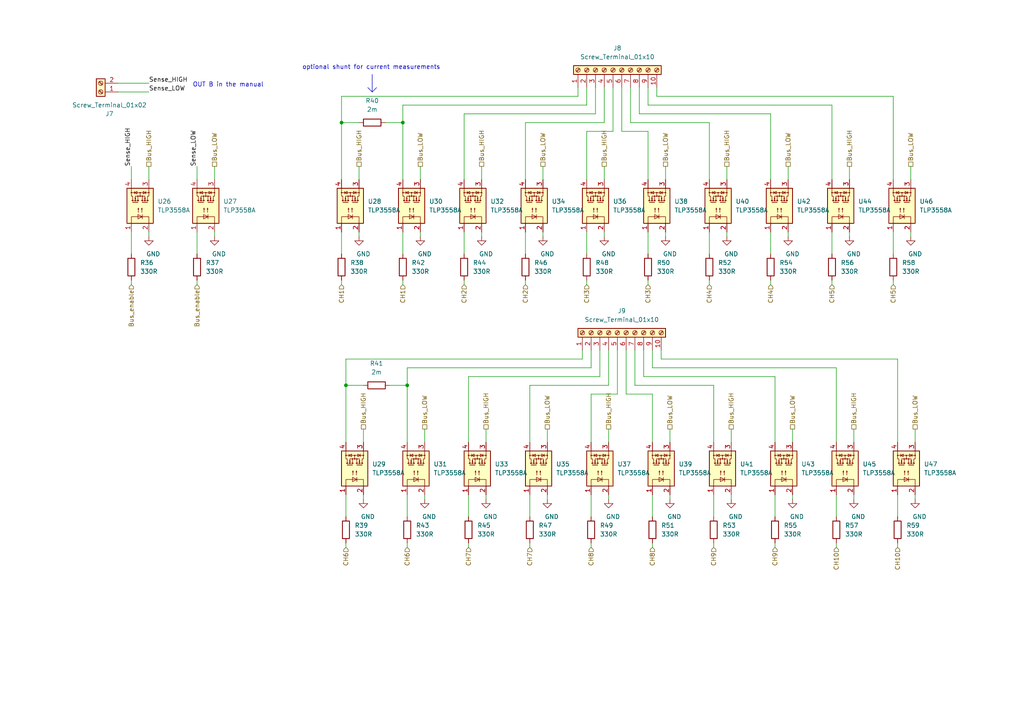
<source format=kicad_sch>
(kicad_sch (version 20230121) (generator eeschema)
  (paper "A4")
  (title_block (title "Keithley 2000-SCAN-20 SSR") (date "2023-06-04") (rev "v.1.2.1") (comment 1 "Copyright (©) 2021, Patrick Baus <patrick.baus@physik.tu-darmstadt.de>") (comment 2 "Licensed under CERN OHL v.1.2"))
  (lib_symbols
    (symbol "Connector:Screw_Terminal_01x02" (pin_names (offset 1.016) hide)
      (property "Reference" "J" (at 0 2.54 0))
      (property "Value" "Screw_Terminal_01x02" (at 0 -5.08 0))
      (symbol "Screw_Terminal_01x02_1_1"
        (rectangle (start -1.27 1.27) (end 1.27 -3.81) (stroke (width 0.254)) (fill (type background)))
        (circle (center 0 -2.54) (radius 0.635) (stroke (width 0.1524)))
        (polyline (pts (xy -0.5334 -2.2098) (xy 0.3302 -3.048)) (stroke (width 0.1524)))
        (polyline (pts (xy -0.5334 0.3302) (xy 0.3302 -0.508)) (stroke (width 0.1524)))
        (polyline (pts (xy -0.3556 -2.032) (xy 0.508 -2.8702)) (stroke (width 0.1524)))
        (polyline (pts (xy -0.3556 0.508) (xy 0.508 -0.3302)) (stroke (width 0.1524)))
        (circle (center 0 0) (radius 0.635) (stroke (width 0.1524)))
        (pin passive line (at -5.08 0 0) (length 3.81) (name "Pin_1") (number "1"))
        (pin passive line (at -5.08 -2.54 0) (length 3.81) (name "Pin_2") (number "2"))
      )
    )
    (symbol "Connector:Screw_Terminal_01x10" (pin_names (offset 1.016) hide)
      (property "Reference" "J" (at 0 12.7 0))
      (property "Value" "Screw_Terminal_01x10" (at 0 -15.24 0))
      (symbol "Screw_Terminal_01x10_1_1"
        (rectangle (start -1.27 11.43) (end 1.27 -13.97) (stroke (width 0.254)) (fill (type background)))
        (circle (center 0 -12.7) (radius 0.635) (stroke (width 0.1524)))
        (circle (center 0 -10.16) (radius 0.635) (stroke (width 0.1524)))
        (circle (center 0 -7.62) (radius 0.635) (stroke (width 0.1524)))
        (circle (center 0 -5.08) (radius 0.635) (stroke (width 0.1524)))
        (circle (center 0 -2.54) (radius 0.635) (stroke (width 0.1524)))
        (polyline (pts (xy -0.5334 -12.3698) (xy 0.3302 -13.208)) (stroke (width 0.1524)))
        (polyline (pts (xy -0.5334 -9.8298) (xy 0.3302 -10.668)) (stroke (width 0.1524)))
        (polyline (pts (xy -0.5334 -7.2898) (xy 0.3302 -8.128)) (stroke (width 0.1524)))
        (polyline (pts (xy -0.5334 -4.7498) (xy 0.3302 -5.588)) (stroke (width 0.1524)))
        (polyline (pts (xy -0.5334 -2.2098) (xy 0.3302 -3.048)) (stroke (width 0.1524)))
        (polyline (pts (xy -0.5334 0.3302) (xy 0.3302 -0.508)) (stroke (width 0.1524)))
        (polyline (pts (xy -0.5334 2.8702) (xy 0.3302 2.032)) (stroke (width 0.1524)))
        (polyline (pts (xy -0.5334 5.4102) (xy 0.3302 4.572)) (stroke (width 0.1524)))
        (polyline (pts (xy -0.5334 7.9502) (xy 0.3302 7.112)) (stroke (width 0.1524)))
        (polyline (pts (xy -0.5334 10.4902) (xy 0.3302 9.652)) (stroke (width 0.1524)))
        (polyline (pts (xy -0.3556 -12.192) (xy 0.508 -13.0302)) (stroke (width 0.1524)))
        (polyline (pts (xy -0.3556 -9.652) (xy 0.508 -10.4902)) (stroke (width 0.1524)))
        (polyline (pts (xy -0.3556 -7.112) (xy 0.508 -7.9502)) (stroke (width 0.1524)))
        (polyline (pts (xy -0.3556 -4.572) (xy 0.508 -5.4102)) (stroke (width 0.1524)))
        (polyline (pts (xy -0.3556 -2.032) (xy 0.508 -2.8702)) (stroke (width 0.1524)))
        (polyline (pts (xy -0.3556 0.508) (xy 0.508 -0.3302)) (stroke (width 0.1524)))
        (polyline (pts (xy -0.3556 3.048) (xy 0.508 2.2098)) (stroke (width 0.1524)))
        (polyline (pts (xy -0.3556 5.588) (xy 0.508 4.7498)) (stroke (width 0.1524)))
        (polyline (pts (xy -0.3556 8.128) (xy 0.508 7.2898)) (stroke (width 0.1524)))
        (polyline (pts (xy -0.3556 10.668) (xy 0.508 9.8298)) (stroke (width 0.1524)))
        (circle (center 0 0) (radius 0.635) (stroke (width 0.1524)))
        (circle (center 0 2.54) (radius 0.635) (stroke (width 0.1524)))
        (circle (center 0 5.08) (radius 0.635) (stroke (width 0.1524)))
        (circle (center 0 7.62) (radius 0.635) (stroke (width 0.1524)))
        (circle (center 0 10.16) (radius 0.635) (stroke (width 0.1524)))
        (pin passive line (at -5.08 10.16 0) (length 3.81) (name "Pin_1") (number "1"))
        (pin passive line (at -5.08 -12.7 0) (length 3.81) (name "Pin_10") (number "10"))
        (pin passive line (at -5.08 7.62 0) (length 3.81) (name "Pin_2") (number "2"))
        (pin passive line (at -5.08 5.08 0) (length 3.81) (name "Pin_3") (number "3"))
        (pin passive line (at -5.08 2.54 0) (length 3.81) (name "Pin_4") (number "4"))
        (pin passive line (at -5.08 0 0) (length 3.81) (name "Pin_5") (number "5"))
        (pin passive line (at -5.08 -2.54 0) (length 3.81) (name "Pin_6") (number "6"))
        (pin passive line (at -5.08 -5.08 0) (length 3.81) (name "Pin_7") (number "7"))
        (pin passive line (at -5.08 -7.62 0) (length 3.81) (name "Pin_8") (number "8"))
        (pin passive line (at -5.08 -10.16 0) (length 3.81) (name "Pin_9") (number "9"))
      )
    )
    (symbol "Device:R" (pin_numbers hide) (pin_names (offset 0))
      (property "Reference" "R" (at 2.032 0 90))
      (property "Value" "R" (at 0 0 90))
      (symbol "R_0_1"
        (rectangle (start -1.016 -2.54) (end 1.016 2.54) (stroke (width 0.254)))
      )
      (symbol "R_1_1"
        (pin passive line (at 0 3.81 270) (length 1.27) (name "~") (number "1"))
        (pin passive line (at 0 -3.81 90) (length 1.27) (name "~") (number "2"))
      )
    )
    (symbol "Relay_SolidState:TLP222A"
      (property "Reference" "U" (at -5.08 5.08 0))
      (property "Value" "TLP222A" (at 0 5.08 0))
      (symbol "TLP222A_0_1"
        (rectangle (start -5.08 3.81) (end 5.08 -3.81) (stroke (width 0.254)) (fill (type background)))
        (polyline (pts (xy -3.81 -0.635) (xy -2.54 -0.635)))
        (polyline (pts (xy 1.016 -0.635) (xy 1.016 -2.159)) (stroke (width 0.2032)))
        (polyline (pts (xy 1.016 2.159) (xy 1.016 0.635)) (stroke (width 0.2032)))
        (polyline (pts (xy 1.524 -0.508) (xy 1.524 -0.762)) (stroke (width 0.3556)))
        (polyline (pts (xy 2.794 0) (xy 3.81 0)))
        (polyline (pts (xy 3.429 -1.651) (xy 4.191 -1.651)))
        (polyline (pts (xy 3.429 1.651) (xy 4.191 1.651)))
        (polyline (pts (xy 3.81 -2.54) (xy 3.81 2.54)))
        (polyline (pts (xy 1.524 -2.032) (xy 1.524 -2.286) (xy 1.524 -2.286)) (stroke (width 0.3556)))
        (polyline (pts (xy 1.524 -1.27) (xy 1.524 -1.524) (xy 1.524 -1.524)) (stroke (width 0.3556)))
        (polyline (pts (xy 1.524 0.762) (xy 1.524 0.508) (xy 1.524 0.508)) (stroke (width 0.3556)))
        (polyline (pts (xy 1.524 1.524) (xy 1.524 1.27) (xy 1.524 1.27)) (stroke (width 0.3556)))
        (polyline (pts (xy 1.524 2.286) (xy 1.524 2.032) (xy 1.524 2.032)) (stroke (width 0.3556)))
        (polyline (pts (xy 1.651 -1.397) (xy 2.794 -1.397) (xy 2.794 -0.635)))
        (polyline (pts (xy 1.651 1.397) (xy 2.794 1.397) (xy 2.794 0.635)))
        (polyline (pts (xy -5.08 2.54) (xy -3.175 2.54) (xy -3.175 -2.54) (xy -5.08 -2.54)))
        (polyline (pts (xy -3.175 -0.635) (xy -3.81 0.635) (xy -2.54 0.635) (xy -3.175 -0.635)))
        (polyline (pts (xy 1.651 -2.159) (xy 2.794 -2.159) (xy 2.794 -2.54) (xy 5.08 -2.54)))
        (polyline (pts (xy 1.651 -0.635) (xy 2.794 -0.635) (xy 2.794 0.635) (xy 1.651 0.635)))
        (polyline (pts (xy 1.651 2.159) (xy 2.794 2.159) (xy 2.794 2.54) (xy 5.08 2.54)))
        (polyline (pts (xy 1.778 -1.397) (xy 2.286 -1.27) (xy 2.286 -1.524) (xy 1.778 -1.397)))
        (polyline (pts (xy 1.778 1.397) (xy 2.286 1.524) (xy 2.286 1.27) (xy 1.778 1.397)))
        (polyline (pts (xy 3.81 -1.651) (xy 3.429 -0.889) (xy 4.191 -0.889) (xy 3.81 -1.651)))
        (polyline (pts (xy 3.81 1.651) (xy 3.429 0.889) (xy 4.191 0.889) (xy 3.81 1.651)))
        (polyline (pts (xy -1.905 -0.508) (xy -0.635 -0.508) (xy -1.016 -0.635) (xy -1.016 -0.381) (xy -0.635 -0.508)))
        (polyline (pts (xy -1.905 0.508) (xy -0.635 0.508) (xy -1.016 0.381) (xy -1.016 0.635) (xy -0.635 0.508)))
        (circle (center 2.794 -0.635) (radius 0.127))
        (circle (center 2.794 0) (radius 0.127))
        (circle (center 2.794 0.635) (radius 0.127))
        (circle (center 3.81 -2.54) (radius 0.127))
        (circle (center 3.81 0) (radius 0.127))
        (circle (center 3.81 2.54) (radius 0.127))
      )
      (symbol "TLP222A_1_1"
        (pin passive line (at -7.62 2.54 0) (length 2.54) (name "~") (number "1"))
        (pin passive line (at -7.62 -2.54 0) (length 2.54) (name "~") (number "2"))
        (pin passive line (at 7.62 -2.54 180) (length 2.54) (name "~") (number "3"))
        (pin passive line (at 7.62 2.54 180) (length 2.54) (name "~") (number "4"))
      )
    )
    (symbol "power:GND" (power) (pin_names (offset 0))
      (property "Value" "GND" (at 0 -3.81 0))
      (symbol "GND_0_1"
        (polyline (pts (xy 0 0) (xy 0 -1.27) (xy 1.27 -1.27) (xy 0 -2.54) (xy -1.27 -1.27) (xy 0 -1.27)))
      )
      (symbol "GND_1_1"
        (pin power_in line (at 0 0 270) (length 0) hide (name "GND") (number "1"))
      )
    )
  )
  (junction (at 99.06 35.56))
  (junction (at 116.84 35.56))
  (junction (at 100.33 111.76))
  (junction (at 118.11 111.76))
  (wire (pts (xy 38.1 67.31) (xy 38.1 73.66)))
  (wire (pts (xy 113.03 111.76) (xy 118.11 111.76)))
  (wire (pts (xy 212.09 124.46) (xy 212.09 128.27)))
  (wire (pts (xy 34.29 26.67) (xy 43.18 26.67)))
  (wire (pts (xy 100.33 128.27) (xy 100.33 111.76)))
  (wire (pts (xy 185.42 25.4) (xy 185.42 33.02)))
  (wire (pts (xy 152.4 35.56) (xy 152.4 52.07)))
  (wire (pts (xy 153.67 128.27) (xy 153.67 111.76)))
  (wire (pts (xy 168.91 104.14) (xy 168.91 101.6)))
  (wire (pts (xy 187.96 30.48) (xy 241.3 30.48)))
  (wire (pts (xy 205.74 81.28) (xy 205.74 82.55)))
  (wire (pts (xy 176.53 124.46) (xy 176.53 128.27)))
  (wire (pts (xy 246.38 48.26) (xy 246.38 52.07)))
  (wire (pts (xy 259.08 27.94) (xy 259.08 52.07)))
  (wire (pts (xy 184.15 111.76) (xy 207.01 111.76)))
  (wire (pts (xy 187.96 38.1) (xy 180.34 38.1)))
  (wire (pts (xy 175.26 35.56) (xy 175.26 25.4)))
  (wire (pts (xy 242.57 157.48) (xy 242.57 158.75)))
  (wire (pts (xy 224.79 143.51) (xy 224.79 149.86)))
  (wire (pts (xy 182.88 25.4) (xy 182.88 35.56)))
  (wire (pts (xy 43.18 52.07) (xy 43.18 48.26)))
  (wire (pts (xy 134.62 81.28) (xy 134.62 82.55)))
  (wire (pts (xy 247.65 143.51) (xy 247.65 144.78)))
  (wire (pts (xy 177.8 38.1) (xy 170.18 38.1)))
  (wire (pts (xy 167.64 27.94) (xy 167.64 25.4)))
  (wire (pts (xy 223.52 33.02) (xy 223.52 52.07)))
  (wire (pts (xy 121.92 67.31) (xy 121.92 68.58)))
  (wire (pts (xy 184.15 101.6) (xy 184.15 111.76)))
  (wire (pts (xy 118.11 111.76) (xy 118.11 106.68)))
  (wire (pts (xy 170.18 38.1) (xy 170.18 52.07)))
  (wire (pts (xy 135.89 157.48) (xy 135.89 158.75)))
  (wire (pts (xy 241.3 81.28) (xy 241.3 82.55)))
  (wire (pts (xy 104.14 48.26) (xy 104.14 52.07)))
  (wire (pts (xy 116.84 67.31) (xy 116.84 73.66)))
  (wire (pts (xy 158.75 143.51) (xy 158.75 144.78)))
  (wire (pts (xy 38.1 81.28) (xy 38.1 82.55)))
  (wire (pts (xy 99.06 35.56) (xy 99.06 27.94)))
  (wire (pts (xy 99.06 52.07) (xy 99.06 35.56)))
  (wire (pts (xy 172.72 33.02) (xy 172.72 25.4)))
  (wire (pts (xy 189.23 114.3) (xy 189.23 128.27)))
  (wire (pts (xy 241.3 67.31) (xy 241.3 73.66)))
  (wire (pts (xy 247.65 124.46) (xy 247.65 128.27)))
  (wire (pts (xy 105.41 111.76) (xy 100.33 111.76)))
  (wire (pts (xy 134.62 67.31) (xy 134.62 73.66)))
  (wire (pts (xy 135.89 128.27) (xy 135.89 109.22)))
  (wire (pts (xy 152.4 81.28) (xy 152.4 82.55)))
  (wire (pts (xy 180.34 38.1) (xy 180.34 25.4)))
  (wire (pts (xy 123.19 143.51) (xy 123.19 144.78)))
  (wire (pts (xy 224.79 109.22) (xy 224.79 128.27)))
  (wire (pts (xy 182.88 35.56) (xy 205.74 35.56)))
  (wire (pts (xy 104.14 35.56) (xy 99.06 35.56)))
  (wire (pts (xy 228.6 67.31) (xy 228.6 68.58)))
  (wire (pts (xy 242.57 143.51) (xy 242.57 149.86)))
  (wire (pts (xy 100.33 104.14) (xy 168.91 104.14)))
  (wire (pts (xy 104.14 67.31) (xy 104.14 68.58)))
  (wire (pts (xy 171.45 143.51) (xy 171.45 149.86)))
  (wire (pts (xy 191.77 104.14) (xy 260.35 104.14)))
  (wire (pts (xy 134.62 33.02) (xy 134.62 52.07)))
  (wire (pts (xy 189.23 143.51) (xy 189.23 149.86)))
  (wire (pts (xy 57.15 81.28) (xy 57.15 82.55)))
  (wire (pts (xy 210.82 48.26) (xy 210.82 52.07)))
  (wire (pts (xy 265.43 143.51) (xy 265.43 144.78)))
  (wire (pts (xy 241.3 30.48) (xy 241.3 52.07)))
  (wire (pts (xy 212.09 143.51) (xy 212.09 144.78)))
  (wire (pts (xy 259.08 67.31) (xy 259.08 73.66)))
  (wire (pts (xy 121.92 48.26) (xy 121.92 52.07)))
  (wire (pts (xy 34.29 24.13) (xy 43.18 24.13)))
  (wire (pts (xy 157.48 48.26) (xy 157.48 52.07)))
  (wire (pts (xy 170.18 30.48) (xy 170.18 25.4)))
  (wire (pts (xy 186.69 101.6) (xy 186.69 109.22)))
  (wire (pts (xy 157.48 67.31) (xy 157.48 68.58)))
  (wire (pts (xy 187.96 67.31) (xy 187.96 73.66)))
  (wire (pts (xy 171.45 114.3) (xy 171.45 128.27)))
  (wire (pts (xy 176.53 111.76) (xy 176.53 101.6)))
  (wire (pts (xy 116.84 35.56) (xy 116.84 30.48)))
  (wire (pts (xy 242.57 106.68) (xy 242.57 128.27)))
  (wire (pts (xy 158.75 124.46) (xy 158.75 128.27)))
  (wire (pts (xy 116.84 30.48) (xy 170.18 30.48)))
  (wire (pts (xy 189.23 114.3) (xy 181.61 114.3)))
  (wire (pts (xy 38.1 48.26) (xy 38.1 52.07)))
  (wire (pts (xy 260.35 104.14) (xy 260.35 128.27)))
  (wire (pts (xy 62.23 52.07) (xy 62.23 48.26)))
  (wire (pts (xy 189.23 101.6) (xy 189.23 106.68)))
  (wire (pts (xy 246.38 67.31) (xy 246.38 68.58)))
  (wire (pts (xy 265.43 124.46) (xy 265.43 128.27)))
  (wire (pts (xy 193.04 48.26) (xy 193.04 52.07)))
  (wire (pts (xy 190.5 25.4) (xy 190.5 27.94)))
  (wire (pts (xy 191.77 101.6) (xy 191.77 104.14)))
  (polyline (pts (xy 107.95 21.59) (xy 107.95 26.67)))
  (wire (pts (xy 193.04 67.31) (xy 193.04 68.58)))
  (wire (pts (xy 229.87 143.51) (xy 229.87 144.78)))
  (wire (pts (xy 194.31 143.51) (xy 194.31 144.78)))
  (wire (pts (xy 187.96 81.28) (xy 187.96 82.55)))
  (wire (pts (xy 153.67 157.48) (xy 153.67 158.75)))
  (wire (pts (xy 229.87 124.46) (xy 229.87 128.27)))
  (wire (pts (xy 228.6 48.26) (xy 228.6 52.07)))
  (wire (pts (xy 173.99 109.22) (xy 173.99 101.6)))
  (wire (pts (xy 223.52 67.31) (xy 223.52 73.66)))
  (wire (pts (xy 207.01 143.51) (xy 207.01 149.86)))
  (wire (pts (xy 176.53 143.51) (xy 176.53 144.78)))
  (wire (pts (xy 175.26 67.31) (xy 175.26 68.58)))
  (polyline (pts (xy 106.68 25.4) (xy 107.95 26.67)))
  (wire (pts (xy 170.18 67.31) (xy 170.18 73.66)))
  (wire (pts (xy 116.84 52.07) (xy 116.84 35.56)))
  (wire (pts (xy 118.11 128.27) (xy 118.11 111.76)))
  (wire (pts (xy 140.97 143.51) (xy 140.97 144.78)))
  (wire (pts (xy 57.15 48.26) (xy 57.15 52.07)))
  (wire (pts (xy 171.45 157.48) (xy 171.45 158.75)))
  (wire (pts (xy 139.7 48.26) (xy 139.7 52.07)))
  (wire (pts (xy 100.33 111.76) (xy 100.33 104.14)))
  (wire (pts (xy 123.19 124.46) (xy 123.19 128.27)))
  (wire (pts (xy 175.26 48.26) (xy 175.26 52.07)))
  (wire (pts (xy 207.01 111.76) (xy 207.01 128.27)))
  (wire (pts (xy 179.07 114.3) (xy 171.45 114.3)))
  (wire (pts (xy 105.41 124.46) (xy 105.41 128.27)))
  (wire (pts (xy 139.7 67.31) (xy 139.7 68.58)))
  (wire (pts (xy 100.33 143.51) (xy 100.33 149.86)))
  (wire (pts (xy 99.06 67.31) (xy 99.06 73.66)))
  (wire (pts (xy 205.74 35.56) (xy 205.74 52.07)))
  (wire (pts (xy 135.89 109.22) (xy 173.99 109.22)))
  (wire (pts (xy 134.62 33.02) (xy 172.72 33.02)))
  (wire (pts (xy 43.18 67.31) (xy 43.18 68.58)))
  (wire (pts (xy 62.23 67.31) (xy 62.23 68.58)))
  (wire (pts (xy 140.97 124.46) (xy 140.97 128.27)))
  (wire (pts (xy 171.45 106.68) (xy 171.45 101.6)))
  (wire (pts (xy 190.5 27.94) (xy 259.08 27.94)))
  (wire (pts (xy 99.06 27.94) (xy 167.64 27.94)))
  (wire (pts (xy 194.31 124.46) (xy 194.31 128.27)))
  (wire (pts (xy 223.52 81.28) (xy 223.52 82.55)))
  (wire (pts (xy 179.07 101.6) (xy 179.07 114.3)))
  (wire (pts (xy 181.61 114.3) (xy 181.61 101.6)))
  (wire (pts (xy 210.82 67.31) (xy 210.82 68.58)))
  (wire (pts (xy 118.11 157.48) (xy 118.11 158.75)))
  (wire (pts (xy 185.42 33.02) (xy 223.52 33.02)))
  (wire (pts (xy 105.41 143.51) (xy 105.41 144.78)))
  (wire (pts (xy 153.67 143.51) (xy 153.67 149.86)))
  (wire (pts (xy 153.67 111.76) (xy 176.53 111.76)))
  (wire (pts (xy 177.8 25.4) (xy 177.8 38.1)))
  (wire (pts (xy 152.4 35.56) (xy 175.26 35.56)))
  (wire (pts (xy 100.33 157.48) (xy 100.33 158.75)))
  (wire (pts (xy 118.11 106.68) (xy 171.45 106.68)))
  (wire (pts (xy 116.84 81.28) (xy 116.84 82.55)))
  (wire (pts (xy 187.96 38.1) (xy 187.96 52.07)))
  (wire (pts (xy 260.35 157.48) (xy 260.35 158.75)))
  (wire (pts (xy 152.4 67.31) (xy 152.4 73.66)))
  (wire (pts (xy 189.23 106.68) (xy 242.57 106.68)))
  (wire (pts (xy 135.89 143.51) (xy 135.89 149.86)))
  (wire (pts (xy 224.79 157.48) (xy 224.79 158.75)))
  (wire (pts (xy 259.08 81.28) (xy 259.08 82.55)))
  (wire (pts (xy 186.69 109.22) (xy 224.79 109.22)))
  (wire (pts (xy 187.96 25.4) (xy 187.96 30.48)))
  (wire (pts (xy 260.35 143.51) (xy 260.35 149.86)))
  (wire (pts (xy 189.23 157.48) (xy 189.23 158.75)))
  (wire (pts (xy 111.76 35.56) (xy 116.84 35.56)))
  (wire (pts (xy 207.01 157.48) (xy 207.01 158.75)))
  (wire (pts (xy 57.15 67.31) (xy 57.15 73.66)))
  (wire (pts (xy 264.16 48.26) (xy 264.16 52.07)))
  (wire (pts (xy 264.16 67.31) (xy 264.16 68.58)))
  (wire (pts (xy 118.11 143.51) (xy 118.11 149.86)))
  (wire (pts (xy 170.18 81.28) (xy 170.18 82.55)))
  (wire (pts (xy 99.06 81.28) (xy 99.06 82.55)))
  (polyline (pts (xy 107.95 26.67) (xy 109.22 25.4)))
  (wire (pts (xy 205.74 67.31) (xy 205.74 73.66)))
  (text "optional shunt for current measurements" (at 87.63 20.32 0) (effects (font (size 1.27 1.27)) (justify left bottom)))
  (text "OUT B in the manual" (at 55.88 25.4 0) (effects (font (size 1.27 1.27)) (justify left bottom)))
  (label "Sense_HIGH" (at 43.18 24.13 0))
  (label "Sense_HIGH" (at 38.1 48.26 90))
  (label "Sense_LOW" (at 43.18 26.67 0))
  (label "Sense_LOW" (at 57.15 48.26 90))
  (hierarchical_label "CH7" (shape input) (at 135.89 158.75 270))
  (hierarchical_label "Bus_HIGH" (shape passive) (at 105.41 124.46 90))
  (hierarchical_label "CH3" (shape input) (at 187.96 82.55 270))
  (hierarchical_label "CH10" (shape input) (at 242.57 158.75 270))
  (hierarchical_label "Bus_LOW" (shape passive) (at 193.04 48.26 90))
  (hierarchical_label "Bus_HIGH" (shape passive) (at 139.7 48.26 90))
  (hierarchical_label "CH9" (shape input) (at 207.01 158.75 270))
  (hierarchical_label "Bus_LOW" (shape passive) (at 229.87 124.46 90))
  (hierarchical_label "Bus_HIGH" (shape passive) (at 175.26 48.26 90))
  (hierarchical_label "CH8" (shape input) (at 171.45 158.75 270))
  (hierarchical_label "CH3" (shape input) (at 170.18 82.55 270))
  (hierarchical_label "Bus_HIGH" (shape passive) (at 140.97 124.46 90))
  (hierarchical_label "CH9" (shape input) (at 224.79 158.75 270))
  (hierarchical_label "Bus_LOW" (shape passive) (at 194.31 124.46 90))
  (hierarchical_label "CH4" (shape input) (at 223.52 82.55 270))
  (hierarchical_label "CH6" (shape input) (at 100.33 158.75 270))
  (hierarchical_label "Bus_LOW" (shape passive) (at 265.43 124.46 90))
  (hierarchical_label "CH1" (shape input) (at 116.84 82.55 270))
  (hierarchical_label "CH1" (shape input) (at 99.06 82.55 270))
  (hierarchical_label "Bus_HIGH" (shape passive) (at 104.14 48.26 90))
  (hierarchical_label "Bus_HIGH" (shape passive) (at 246.38 48.26 90))
  (hierarchical_label "Bus_HIGH" (shape passive) (at 176.53 124.46 90))
  (hierarchical_label "Bus_HIGH" (shape passive) (at 210.82 48.26 90))
  (hierarchical_label "CH2" (shape input) (at 134.62 82.55 270))
  (hierarchical_label "CH7" (shape input) (at 153.67 158.75 270))
  (hierarchical_label "Bus_LOW" (shape passive) (at 121.92 48.26 90))
  (hierarchical_label "CH5" (shape input) (at 241.3 82.55 270))
  (hierarchical_label "CH2" (shape input) (at 152.4 82.55 270))
  (hierarchical_label "CH10" (shape input) (at 260.35 158.75 270))
  (hierarchical_label "Bus_LOW" (shape passive) (at 228.6 48.26 90))
  (hierarchical_label "CH5" (shape input) (at 259.08 82.55 270))
  (hierarchical_label "Bus_LOW" (shape passive) (at 123.19 124.46 90))
  (hierarchical_label "Bus_HIGH" (shape passive) (at 212.09 124.46 90))
  (hierarchical_label "Bus_LOW" (shape passive) (at 264.16 48.26 90))
  (hierarchical_label "Bus_HIGH" (shape passive) (at 43.18 48.26 90))
  (hierarchical_label "Bus_HIGH" (shape passive) (at 247.65 124.46 90))
  (hierarchical_label "CH6" (shape input) (at 118.11 158.75 270))
  (hierarchical_label "CH4" (shape input) (at 205.74 82.55 270))
  (hierarchical_label "Bus_enable" (shape input) (at 38.1 82.55 270))
  (hierarchical_label "CH8" (shape input) (at 189.23 158.75 270))
  (hierarchical_label "Bus_LOW" (shape passive) (at 157.48 48.26 90))
  (hierarchical_label "Bus_enable" (shape input) (at 57.15 82.55 270))
  (hierarchical_label "Bus_LOW" (shape passive) (at 158.75 124.46 90))
  (hierarchical_label "Bus_LOW" (shape passive) (at 62.23 48.26 90))
  (symbol (lib_id "Device:R") (at 99.06 77.47 0) (unit 1)
    (property "Reference" "R38" (at 101.6 76.2 0) (effects (justify left)))
    (property "Value" "330R" (at 101.6 78.74 0) (effects (justify left)))
    (property "Footprint" "Resistor_SMD:R_0603_1608Metric" (effects hide))
    (property "MFN" "Vishay" (effects hide))
    (property "PN" "CRCW0603330RJNEB" (effects hide))
  )
  (symbol (lib_id "Relay_SolidState:TLP222A") (at 154.94 59.69 90) (unit 1)
    (property "Reference" "U34" (at 160.02 58.42 90) (effects (justify right)))
    (property "Value" "TLP3558A" (at 160.02 60.96 90) (effects (justify right)))
    (property "Footprint" "Package_DIP:DIP-4_W7.62mm" (effects hide))
    (property "Datasheet" "https://toshiba.semicon-storage.com/info/docget.jsp?did=17036&prodName=TLP222A" (effects hide))
    (property "MFN" "Toshiba" (effects hide))
    (property "PN" "TLP3558A(F" (effects hide))
  )
  (symbol (lib_id "power:GND") (at 157.48 68.58 0) (unit 1)
    (property "Reference" "#PWR061" (effects hide))
    (property "Value" "GND" (at 158.75 73.66 0))
  )
  (symbol (lib_id "Relay_SolidState:TLP222A") (at 172.72 59.69 90) (unit 1)
    (property "Reference" "U36" (at 177.8 58.42 90) (effects (justify right)))
    (property "Value" "TLP3558A" (at 177.8 60.96 90) (effects (justify right)))
    (property "Footprint" "Package_DIP:DIP-4_W7.62mm" (effects hide))
    (property "Datasheet" "https://toshiba.semicon-storage.com/info/docget.jsp?did=17036&prodName=TLP222A" (effects hide))
    (property "MFN" "Toshiba" (effects hide))
    (property "PN" "TLP3558A(F" (effects hide))
  )
  (symbol (lib_id "power:GND") (at 175.26 68.58 0) (unit 1)
    (property "Reference" "#PWR063" (effects hide))
    (property "Value" "GND" (at 176.53 73.66 0))
  )
  (symbol (lib_id "Relay_SolidState:TLP222A") (at 190.5 59.69 90) (unit 1)
    (property "Reference" "U38" (at 195.58 58.42 90) (effects (justify right)))
    (property "Value" "TLP3558A" (at 195.58 60.96 90) (effects (justify right)))
    (property "Footprint" "Package_DIP:DIP-4_W7.62mm" (effects hide))
    (property "Datasheet" "https://toshiba.semicon-storage.com/info/docget.jsp?did=17036&prodName=TLP222A" (effects hide))
    (property "MFN" "Toshiba" (effects hide))
    (property "PN" "TLP3558A(F" (effects hide))
  )
  (symbol (lib_id "Device:R") (at 152.4 77.47 0) (unit 1)
    (property "Reference" "R46" (at 154.94 76.2 0) (effects (justify left)))
    (property "Value" "330R" (at 154.94 78.74 0) (effects (justify left)))
    (property "Footprint" "Resistor_SMD:R_0603_1608Metric" (effects hide))
    (property "MFN" "Vishay" (effects hide))
    (property "PN" "CRCW0603330RJNEB" (effects hide))
  )
  (symbol (lib_id "Device:R") (at 187.96 77.47 0) (unit 1)
    (property "Reference" "R50" (at 190.5 76.2 0) (effects (justify left)))
    (property "Value" "330R" (at 190.5 78.74 0) (effects (justify left)))
    (property "Footprint" "Resistor_SMD:R_0603_1608Metric" (effects hide))
    (property "MFN" "Vishay" (effects hide))
    (property "PN" "CRCW0603330RJNEB" (effects hide))
  )
  (symbol (lib_id "power:GND") (at 210.82 68.58 0) (unit 1)
    (property "Reference" "#PWR067" (effects hide))
    (property "Value" "GND" (at 212.09 73.66 0))
  )
  (symbol (lib_id "Relay_SolidState:TLP222A") (at 226.06 59.69 90) (unit 1)
    (property "Reference" "U42" (at 231.14 58.42 90) (effects (justify right)))
    (property "Value" "TLP3558A" (at 231.14 60.96 90) (effects (justify right)))
    (property "Footprint" "Package_DIP:DIP-4_W7.62mm" (effects hide))
    (property "Datasheet" "https://toshiba.semicon-storage.com/info/docget.jsp?did=17036&prodName=TLP222A" (effects hide))
    (property "MFN" "Toshiba" (effects hide))
    (property "PN" "TLP3558A(F" (effects hide))
  )
  (symbol (lib_id "power:GND") (at 228.6 68.58 0) (unit 1)
    (property "Reference" "#PWR069" (effects hide))
    (property "Value" "GND" (at 229.87 73.66 0))
  )
  (symbol (lib_id "Device:R") (at 205.74 77.47 0) (unit 1)
    (property "Reference" "R52" (at 208.28 76.2 0) (effects (justify left)))
    (property "Value" "330R" (at 208.28 78.74 0) (effects (justify left)))
    (property "Footprint" "Resistor_SMD:R_0603_1608Metric" (effects hide))
    (property "MFN" "Vishay" (effects hide))
    (property "PN" "CRCW0603330RJNEB" (effects hide))
  )
  (symbol (lib_id "Device:R") (at 259.08 77.47 0) (unit 1)
    (property "Reference" "R58" (at 261.62 76.2 0) (effects (justify left)))
    (property "Value" "330R" (at 261.62 78.74 0) (effects (justify left)))
    (property "Footprint" "Resistor_SMD:R_0603_1608Metric" (effects hide))
    (property "MFN" "Vishay" (effects hide))
    (property "PN" "CRCW0603330RJNEB" (effects hide))
  )
  (symbol (lib_id "Device:R") (at 100.33 153.67 0) (unit 1)
    (property "Reference" "R39" (at 102.87 152.4 0) (effects (justify left)))
    (property "Value" "330R" (at 102.87 154.94 0) (effects (justify left)))
    (property "Footprint" "Resistor_SMD:R_0603_1608Metric" (effects hide))
    (property "MFN" "Vishay" (effects hide))
    (property "PN" "CRCW0603330RJNEB" (effects hide))
  )
  (symbol (lib_id "Relay_SolidState:TLP222A") (at 120.65 135.89 90) (unit 1)
    (property "Reference" "U31" (at 125.73 134.62 90) (effects (justify right)))
    (property "Value" "TLP3558A" (at 125.73 137.16 90) (effects (justify right)))
    (property "Footprint" "Package_DIP:DIP-4_W7.62mm" (effects hide))
    (property "Datasheet" "https://toshiba.semicon-storage.com/info/docget.jsp?did=17036&prodName=TLP222A" (effects hide))
    (property "MFN" "Toshiba" (effects hide))
    (property "PN" "TLP3558A(F" (effects hide))
  )
  (symbol (lib_id "power:GND") (at 123.19 144.78 0) (unit 1)
    (property "Reference" "#PWR058" (effects hide))
    (property "Value" "GND" (at 124.46 149.86 0))
  )
  (symbol (lib_id "power:GND") (at 158.75 144.78 0) (unit 1)
    (property "Reference" "#PWR062" (effects hide))
    (property "Value" "GND" (at 160.02 149.86 0))
  )
  (symbol (lib_id "Relay_SolidState:TLP222A") (at 173.99 135.89 90) (unit 1)
    (property "Reference" "U37" (at 179.07 134.62 90) (effects (justify right)))
    (property "Value" "TLP3558A" (at 179.07 137.16 90) (effects (justify right)))
    (property "Footprint" "Package_DIP:DIP-4_W7.62mm" (effects hide))
    (property "Datasheet" "https://toshiba.semicon-storage.com/info/docget.jsp?did=17036&prodName=TLP222A" (effects hide))
    (property "MFN" "Toshiba" (effects hide))
    (property "PN" "TLP3558A(F" (effects hide))
  )
  (symbol (lib_id "power:GND") (at 176.53 144.78 0) (unit 1)
    (property "Reference" "#PWR064" (effects hide))
    (property "Value" "GND" (at 177.8 149.86 0))
  )
  (symbol (lib_id "power:GND") (at 212.09 144.78 0) (unit 1)
    (property "Reference" "#PWR068" (effects hide))
    (property "Value" "GND" (at 213.36 149.86 0))
  )
  (symbol (lib_id "Relay_SolidState:TLP222A") (at 227.33 135.89 90) (unit 1)
    (property "Reference" "U43" (at 232.41 134.62 90) (effects (justify right)))
    (property "Value" "TLP3558A" (at 232.41 137.16 90) (effects (justify right)))
    (property "Footprint" "Package_DIP:DIP-4_W7.62mm" (effects hide))
    (property "Datasheet" "https://toshiba.semicon-storage.com/info/docget.jsp?did=17036&prodName=TLP222A" (effects hide))
    (property "MFN" "Toshiba" (effects hide))
    (property "PN" "TLP3558A(F" (effects hide))
  )
  (symbol (lib_id "power:GND") (at 229.87 144.78 0) (unit 1)
    (property "Reference" "#PWR070" (effects hide))
    (property "Value" "GND" (at 231.14 149.86 0))
  )
  (symbol (lib_id "Device:R") (at 207.01 153.67 0) (unit 1)
    (property "Reference" "R53" (at 209.55 152.4 0) (effects (justify left)))
    (property "Value" "330R" (at 209.55 154.94 0) (effects (justify left)))
    (property "Footprint" "Resistor_SMD:R_0603_1608Metric" (effects hide))
    (property "MFN" "Vishay" (effects hide))
    (property "PN" "CRCW0603330RJNEB" (effects hide))
  )
  (symbol (lib_id "Device:R") (at 242.57 153.67 0) (unit 1)
    (property "Reference" "R57" (at 245.11 152.4 0) (effects (justify left)))
    (property "Value" "330R" (at 245.11 154.94 0) (effects (justify left)))
    (property "Footprint" "Resistor_SMD:R_0603_1608Metric" (effects hide))
    (property "MFN" "Vishay" (effects hide))
    (property "PN" "CRCW0603330RJNEB" (effects hide))
  )
  (symbol (lib_id "Device:R") (at 260.35 153.67 0) (unit 1)
    (property "Reference" "R59" (at 262.89 152.4 0) (effects (justify left)))
    (property "Value" "330R" (at 262.89 154.94 0) (effects (justify left)))
    (property "Footprint" "Resistor_SMD:R_0603_1608Metric" (effects hide))
    (property "MFN" "Vishay" (effects hide))
    (property "PN" "CRCW0603330RJNEB" (effects hide))
  )
  (symbol (lib_id "Device:R") (at 107.95 35.56 270) (unit 1)
    (property "Reference" "R40" (at 107.95 29.21 90))
    (property "Value" "2m" (at 107.95 31.75 90))
    (property "Footprint" "Resistor_SMD:R_2512_6332Metric" (effects hide))
    (property "DNP" "1" (effects hide))
    (property "MFN" "TT Electronics" (effects hide))
    (property "PN" "ULRB1-2512-R002-F-LF-SLT" (effects hide))
  )
  (symbol (lib_id "Device:R") (at 109.22 111.76 270) (unit 1)
    (property "Reference" "R41" (at 109.22 105.41 90))
    (property "Value" "2m" (at 109.22 107.95 90))
    (property "Footprint" "Resistor_SMD:R_2512_6332Metric" (effects hide))
    (property "DNP" "1" (effects hide))
    (property "MFN" "TT Electronics" (effects hide))
    (property "PN" "ULRB1-2512-R002-F-LF-SLT" (effects hide))
  )
  (symbol (lib_id "Connector:Screw_Terminal_01x02") (at 29.21 26.67 180) (unit 1)
    (property "Reference" "J7" (at 31.75 33.02 0))
    (property "Value" "Screw_Terminal_01x02" (at 31.75 30.48 0))
    (property "Footprint" "Custom_footprints_project:TerminalBlock_Phoenix_SMKDSN-1,5-2-5.08_1x02_P5.08mm_Horizontal" (effects hide))
    (property "MFN" "Phoenix Contact" (effects hide))
    (property "PN" "1869211" (effects hide))
  )
  (symbol (lib_id "Device:R") (at 38.1 77.47 0) (unit 1)
    (property "Reference" "R36" (at 40.64 76.2 0) (effects (justify left)))
    (property "Value" "330R" (at 40.64 78.74 0) (effects (justify left)))
    (property "Footprint" "Resistor_SMD:R_0603_1608Metric" (effects hide))
    (property "MFN" "Vishay" (effects hide))
    (property "PN" "CRCW0603330RJNEB" (effects hide))
  )
  (symbol (lib_id "power:GND") (at 62.23 68.58 0) (unit 1)
    (property "Reference" "#PWR054" (effects hide))
    (property "Value" "GND" (at 63.5 73.66 0))
  )
  (symbol (lib_id "Device:R") (at 57.15 77.47 0) (unit 1)
    (property "Reference" "R37" (at 59.69 76.2 0) (effects (justify left)))
    (property "Value" "330R" (at 59.69 78.74 0) (effects (justify left)))
    (property "Footprint" "Resistor_SMD:R_0603_1608Metric" (effects hide))
    (property "MFN" "Vishay" (effects hide))
    (property "PN" "CRCW0603330RJNEB" (effects hide))
  )
  (symbol (lib_id "Relay_SolidState:TLP222A") (at 101.6 59.69 90) (unit 1)
    (property "Reference" "U28" (at 106.68 58.42 90) (effects (justify right)))
    (property "Value" "TLP3558A" (at 106.68 60.96 90) (effects (justify right)))
    (property "Footprint" "Package_DIP:DIP-4_W7.62mm" (effects hide))
    (property "Datasheet" "https://toshiba.semicon-storage.com/info/docget.jsp?did=17036&prodName=TLP222A" (effects hide))
    (property "MFN" "Toshiba" (effects hide))
    (property "PN" "TLP3558A(F" (effects hide))
  )
  (symbol (lib_id "power:GND") (at 104.14 68.58 0) (unit 1)
    (property "Reference" "#PWR055" (effects hide))
    (property "Value" "GND" (at 105.41 73.66 0))
  )
  (symbol (lib_id "Relay_SolidState:TLP222A") (at 119.38 59.69 90) (unit 1)
    (property "Reference" "U30" (at 124.46 58.42 90) (effects (justify right)))
    (property "Value" "TLP3558A" (at 124.46 60.96 90) (effects (justify right)))
    (property "Footprint" "Package_DIP:DIP-4_W7.62mm" (effects hide))
    (property "Datasheet" "https://toshiba.semicon-storage.com/info/docget.jsp?did=17036&prodName=TLP222A" (effects hide))
    (property "MFN" "Toshiba" (effects hide))
    (property "PN" "TLP3558A(F" (effects hide))
  )
  (symbol (lib_id "power:GND") (at 121.92 68.58 0) (unit 1)
    (property "Reference" "#PWR057" (effects hide))
    (property "Value" "GND" (at 123.19 73.66 0))
  )
  (symbol (lib_id "Connector:Screw_Terminal_01x10") (at 177.8 20.32 90) (unit 1)
    (property "Reference" "J8" (at 179.07 13.97 90))
    (property "Value" "Screw_Terminal_01x10" (at 179.07 16.51 90))
    (property "Footprint" "Custom_footprints_project:TerminalBlock_Phoenix_SMKDSN-1,5-10-5.08_1x10_P5.08mm_Horizontal" (effects hide))
    (property "MFN" "Phoenix Contact" (effects hide))
    (property "PN" "1869295" (effects hide))
  )
  (symbol (lib_id "Relay_SolidState:TLP222A") (at 137.16 59.69 90) (unit 1)
    (property "Reference" "U32" (at 142.24 58.42 90) (effects (justify right)))
    (property "Value" "TLP3558A" (at 142.24 60.96 90) (effects (justify right)))
    (property "Footprint" "Package_DIP:DIP-4_W7.62mm" (effects hide))
    (property "Datasheet" "https://toshiba.semicon-storage.com/info/docget.jsp?did=17036&prodName=TLP222A" (effects hide))
    (property "MFN" "Toshiba" (effects hide))
    (property "PN" "TLP3558A(F" (effects hide))
  )
  (symbol (lib_id "power:GND") (at 139.7 68.58 0) (unit 1)
    (property "Reference" "#PWR059" (effects hide))
    (property "Value" "GND" (at 140.97 73.66 0))
  )
  (symbol (lib_id "power:GND") (at 193.04 68.58 0) (unit 1)
    (property "Reference" "#PWR065" (effects hide))
    (property "Value" "GND" (at 194.31 73.66 0))
  )
  (symbol (lib_id "Device:R") (at 116.84 77.47 0) (unit 1)
    (property "Reference" "R42" (at 119.38 76.2 0) (effects (justify left)))
    (property "Value" "330R" (at 119.38 78.74 0) (effects (justify left)))
    (property "Footprint" "Resistor_SMD:R_0603_1608Metric" (effects hide))
    (property "MFN" "Vishay" (effects hide))
    (property "PN" "CRCW0603330RJNEB" (effects hide))
  )
  (symbol (lib_id "Device:R") (at 134.62 77.47 0) (unit 1)
    (property "Reference" "R44" (at 137.16 76.2 0) (effects (justify left)))
    (property "Value" "330R" (at 137.16 78.74 0) (effects (justify left)))
    (property "Footprint" "Resistor_SMD:R_0603_1608Metric" (effects hide))
    (property "MFN" "Vishay" (effects hide))
    (property "PN" "CRCW0603330RJNEB" (effects hide))
  )
  (symbol (lib_id "Device:R") (at 170.18 77.47 0) (unit 1)
    (property "Reference" "R48" (at 172.72 76.2 0) (effects (justify left)))
    (property "Value" "330R" (at 172.72 78.74 0) (effects (justify left)))
    (property "Footprint" "Resistor_SMD:R_0603_1608Metric" (effects hide))
    (property "MFN" "Vishay" (effects hide))
    (property "PN" "CRCW0603330RJNEB" (effects hide))
  )
  (symbol (lib_id "Relay_SolidState:TLP222A") (at 208.28 59.69 90) (unit 1)
    (property "Reference" "U40" (at 213.36 58.42 90) (effects (justify right)))
    (property "Value" "TLP3558A" (at 213.36 60.96 90) (effects (justify right)))
    (property "Footprint" "Package_DIP:DIP-4_W7.62mm" (effects hide))
    (property "Datasheet" "https://toshiba.semicon-storage.com/info/docget.jsp?did=17036&prodName=TLP222A" (effects hide))
    (property "MFN" "Toshiba" (effects hide))
    (property "PN" "TLP3558A(F" (effects hide))
  )
  (symbol (lib_id "Device:R") (at 223.52 77.47 0) (unit 1)
    (property "Reference" "R54" (at 226.06 76.2 0) (effects (justify left)))
    (property "Value" "330R" (at 226.06 78.74 0) (effects (justify left)))
    (property "Footprint" "Resistor_SMD:R_0603_1608Metric" (effects hide))
    (property "MFN" "Vishay" (effects hide))
    (property "PN" "CRCW0603330RJNEB" (effects hide))
  )
  (symbol (lib_id "Relay_SolidState:TLP222A") (at 243.84 59.69 90) (unit 1)
    (property "Reference" "U44" (at 248.92 58.42 90) (effects (justify right)))
    (property "Value" "TLP3558A" (at 248.92 60.96 90) (effects (justify right)))
    (property "Footprint" "Package_DIP:DIP-4_W7.62mm" (effects hide))
    (property "Datasheet" "https://toshiba.semicon-storage.com/info/docget.jsp?did=17036&prodName=TLP222A" (effects hide))
    (property "MFN" "Toshiba" (effects hide))
    (property "PN" "TLP3558A(F" (effects hide))
  )
  (symbol (lib_id "power:GND") (at 246.38 68.58 0) (unit 1)
    (property "Reference" "#PWR071" (effects hide))
    (property "Value" "GND" (at 247.65 73.66 0))
  )
  (symbol (lib_id "Relay_SolidState:TLP222A") (at 261.62 59.69 90) (unit 1)
    (property "Reference" "U46" (at 266.7 58.42 90) (effects (justify right)))
    (property "Value" "TLP3558A" (at 266.7 60.96 90) (effects (justify right)))
    (property "Footprint" "Package_DIP:DIP-4_W7.62mm" (effects hide))
    (property "Datasheet" "https://toshiba.semicon-storage.com/info/docget.jsp?did=17036&prodName=TLP222A" (effects hide))
    (property "MFN" "Toshiba" (effects hide))
    (property "PN" "TLP3558A(F" (effects hide))
  )
  (symbol (lib_id "power:GND") (at 264.16 68.58 0) (unit 1)
    (property "Reference" "#PWR073" (effects hide))
    (property "Value" "GND" (at 265.43 73.66 0))
  )
  (symbol (lib_id "Device:R") (at 241.3 77.47 0) (unit 1)
    (property "Reference" "R56" (at 243.84 76.2 0) (effects (justify left)))
    (property "Value" "330R" (at 243.84 78.74 0) (effects (justify left)))
    (property "Footprint" "Resistor_SMD:R_0603_1608Metric" (effects hide))
    (property "MFN" "Vishay" (effects hide))
    (property "PN" "CRCW0603330RJNEB" (effects hide))
  )
  (symbol (lib_id "Relay_SolidState:TLP222A") (at 102.87 135.89 90) (unit 1)
    (property "Reference" "U29" (at 107.95 134.62 90) (effects (justify right)))
    (property "Value" "TLP3558A" (at 107.95 137.16 90) (effects (justify right)))
    (property "Footprint" "Package_DIP:DIP-4_W7.62mm" (effects hide))
    (property "Datasheet" "https://toshiba.semicon-storage.com/info/docget.jsp?did=17036&prodName=TLP222A" (effects hide))
    (property "MFN" "Toshiba" (effects hide))
    (property "PN" "TLP3558A(F" (effects hide))
  )
  (symbol (lib_id "power:GND") (at 105.41 144.78 0) (unit 1)
    (property "Reference" "#PWR056" (effects hide))
    (property "Value" "GND" (at 106.68 149.86 0))
  )
  (symbol (lib_id "Connector:Screw_Terminal_01x10") (at 179.07 96.52 90) (unit 1)
    (property "Reference" "J9" (at 180.34 90.17 90))
    (property "Value" "Screw_Terminal_01x10" (at 180.34 92.71 90))
    (property "Footprint" "Custom_footprints_project:TerminalBlock_Phoenix_SMKDSN-1,5-10-5.08_1x10_P5.08mm_Horizontal" (effects hide))
    (property "MFN" "Phoenix Contact" (effects hide))
    (property "PN" "1869295" (effects hide))
  )
  (symbol (lib_id "Relay_SolidState:TLP222A") (at 138.43 135.89 90) (unit 1)
    (property "Reference" "U33" (at 143.51 134.62 90) (effects (justify right)))
    (property "Value" "TLP3558A" (at 143.51 137.16 90) (effects (justify right)))
    (property "Footprint" "Package_DIP:DIP-4_W7.62mm" (effects hide))
    (property "Datasheet" "https://toshiba.semicon-storage.com/info/docget.jsp?did=17036&prodName=TLP222A" (effects hide))
    (property "MFN" "Toshiba" (effects hide))
    (property "PN" "TLP3558A(F" (effects hide))
  )
  (symbol (lib_id "power:GND") (at 140.97 144.78 0) (unit 1)
    (property "Reference" "#PWR060" (effects hide))
    (property "Value" "GND" (at 142.24 149.86 0))
  )
  (symbol (lib_id "Relay_SolidState:TLP222A") (at 156.21 135.89 90) (unit 1)
    (property "Reference" "U35" (at 161.29 134.62 90) (effects (justify right)))
    (property "Value" "TLP3558A" (at 161.29 137.16 90) (effects (justify right)))
    (property "Footprint" "Package_DIP:DIP-4_W7.62mm" (effects hide))
    (property "Datasheet" "https://toshiba.semicon-storage.com/info/docget.jsp?did=17036&prodName=TLP222A" (effects hide))
    (property "MFN" "Toshiba" (effects hide))
    (property "PN" "TLP3558A(F" (effects hide))
  )
  (symbol (lib_id "Relay_SolidState:TLP222A") (at 191.77 135.89 90) (unit 1)
    (property "Reference" "U39" (at 196.85 134.62 90) (effects (justify right)))
    (property "Value" "TLP3558A" (at 196.85 137.16 90) (effects (justify right)))
    (property "Footprint" "Package_DIP:DIP-4_W7.62mm" (effects hide))
    (property "Datasheet" "https://toshiba.semicon-storage.com/info/docget.jsp?did=17036&prodName=TLP222A" (effects hide))
    (property "MFN" "Toshiba" (effects hide))
    (property "PN" "TLP3558A(F" (effects hide))
  )
  (symbol (lib_id "power:GND") (at 194.31 144.78 0) (unit 1)
    (property "Reference" "#PWR066" (effects hide))
    (property "Value" "GND" (at 195.58 149.86 0))
  )
  (symbol (lib_id "Device:R") (at 118.11 153.67 0) (unit 1)
    (property "Reference" "R43" (at 120.65 152.4 0) (effects (justify left)))
    (property "Value" "330R" (at 120.65 154.94 0) (effects (justify left)))
    (property "Footprint" "Resistor_SMD:R_0603_1608Metric" (effects hide))
    (property "MFN" "Vishay" (effects hide))
    (property "PN" "CRCW0603330RJNEB" (effects hide))
  )
  (symbol (lib_id "Device:R") (at 135.89 153.67 0) (unit 1)
    (property "Reference" "R45" (at 138.43 152.4 0) (effects (justify left)))
    (property "Value" "330R" (at 138.43 154.94 0) (effects (justify left)))
    (property "Footprint" "Resistor_SMD:R_0603_1608Metric" (effects hide))
    (property "MFN" "Vishay" (effects hide))
    (property "PN" "CRCW0603330RJNEB" (effects hide))
  )
  (symbol (lib_id "Device:R") (at 153.67 153.67 0) (unit 1)
    (property "Reference" "R47" (at 156.21 152.4 0) (effects (justify left)))
    (property "Value" "330R" (at 156.21 154.94 0) (effects (justify left)))
    (property "Footprint" "Resistor_SMD:R_0603_1608Metric" (effects hide))
    (property "MFN" "Vishay" (effects hide))
    (property "PN" "CRCW0603330RJNEB" (effects hide))
  )
  (symbol (lib_id "Device:R") (at 171.45 153.67 0) (unit 1)
    (property "Reference" "R49" (at 173.99 152.4 0) (effects (justify left)))
    (property "Value" "330R" (at 173.99 154.94 0) (effects (justify left)))
    (property "Footprint" "Resistor_SMD:R_0603_1608Metric" (effects hide))
    (property "MFN" "Vishay" (effects hide))
    (property "PN" "CRCW0603330RJNEB" (effects hide))
  )
  (symbol (lib_id "Device:R") (at 189.23 153.67 0) (unit 1)
    (property "Reference" "R51" (at 191.77 152.4 0) (effects (justify left)))
    (property "Value" "330R" (at 191.77 154.94 0) (effects (justify left)))
    (property "Footprint" "Resistor_SMD:R_0603_1608Metric" (effects hide))
    (property "MFN" "Vishay" (effects hide))
    (property "PN" "CRCW0603330RJNEB" (effects hide))
  )
  (symbol (lib_id "Relay_SolidState:TLP222A") (at 209.55 135.89 90) (unit 1)
    (property "Reference" "U41" (at 214.63 134.62 90) (effects (justify right)))
    (property "Value" "TLP3558A" (at 214.63 137.16 90) (effects (justify right)))
    (property "Footprint" "Package_DIP:DIP-4_W7.62mm" (effects hide))
    (property "Datasheet" "https://toshiba.semicon-storage.com/info/docget.jsp?did=17036&prodName=TLP222A" (effects hide))
    (property "MFN" "Toshiba" (effects hide))
    (property "PN" "TLP3558A(F" (effects hide))
  )
  (symbol (lib_id "Device:R") (at 224.79 153.67 0) (unit 1)
    (property "Reference" "R55" (at 227.33 152.4 0) (effects (justify left)))
    (property "Value" "330R" (at 227.33 154.94 0) (effects (justify left)))
    (property "Footprint" "Resistor_SMD:R_0603_1608Metric" (effects hide))
    (property "MFN" "Vishay" (effects hide))
    (property "PN" "CRCW0603330RJNEB" (effects hide))
  )
  (symbol (lib_id "Relay_SolidState:TLP222A") (at 245.11 135.89 90) (unit 1)
    (property "Reference" "U45" (at 250.19 134.62 90) (effects (justify right)))
    (property "Value" "TLP3558A" (at 250.19 137.16 90) (effects (justify right)))
    (property "Footprint" "Package_DIP:DIP-4_W7.62mm" (effects hide))
    (property "Datasheet" "https://toshiba.semicon-storage.com/info/docget.jsp?did=17036&prodName=TLP222A" (effects hide))
    (property "MFN" "Toshiba" (effects hide))
    (property "PN" "TLP3558A(F" (effects hide))
  )
  (symbol (lib_id "power:GND") (at 247.65 144.78 0) (unit 1)
    (property "Reference" "#PWR072" (effects hide))
    (property "Value" "GND" (at 248.92 149.86 0))
  )
  (symbol (lib_id "Relay_SolidState:TLP222A") (at 262.89 135.89 90) (unit 1)
    (property "Reference" "U47" (at 267.97 134.62 90) (effects (justify right)))
    (property "Value" "TLP3558A" (at 267.97 137.16 90) (effects (justify right)))
    (property "Footprint" "Package_DIP:DIP-4_W7.62mm" (effects hide))
    (property "Datasheet" "https://toshiba.semicon-storage.com/info/docget.jsp?did=17036&prodName=TLP222A" (effects hide))
    (property "MFN" "Toshiba" (effects hide))
    (property "PN" "TLP3558A(F" (effects hide))
  )
  (symbol (lib_id "power:GND") (at 265.43 144.78 0) (unit 1)
    (property "Reference" "#PWR074" (effects hide))
    (property "Value" "GND" (at 266.7 149.86 0))
  )
  (symbol (lib_id "Relay_SolidState:TLP222A") (at 40.64 59.69 90) (unit 1)
    (property "Reference" "U26" (at 45.72 58.42 90) (effects (justify right)))
    (property "Value" "TLP3558A" (at 45.72 60.96 90) (effects (justify right)))
    (property "Footprint" "Package_DIP:DIP-4_W7.62mm" (effects hide))
    (property "Datasheet" "https://toshiba.semicon-storage.com/info/docget.jsp?did=17036&prodName=TLP222A" (effects hide))
    (property "MFN" "Toshiba" (effects hide))
    (property "PN" "TLP3558A(F" (effects hide))
  )
  (symbol (lib_id "power:GND") (at 43.18 68.58 0) (unit 1)
    (property "Reference" "#PWR053" (effects hide))
    (property "Value" "GND" (at 44.45 73.66 0))
  )
  (symbol (lib_id "Relay_SolidState:TLP222A") (at 59.69 59.69 90) (unit 1)
    (property "Reference" "U27" (at 64.77 58.42 90) (effects (justify right)))
    (property "Value" "TLP3558A" (at 64.77 60.96 90) (effects (justify right)))
    (property "Footprint" "Package_DIP:DIP-4_W7.62mm" (effects hide))
    (property "Datasheet" "https://toshiba.semicon-storage.com/info/docget.jsp?did=17036&prodName=TLP222A" (effects hide))
    (property "MFN" "Toshiba" (effects hide))
    (property "PN" "TLP3558A(F" (effects hide))
  )
)
</source>
